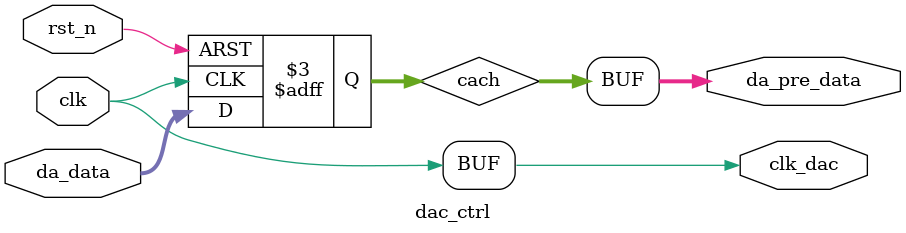
<source format=v>
`timescale 1ns / 1ps
module dac_ctrl(
    input clk,
    input rst_n,
    input  [7:0] da_data,
    output [7:0] da_pre_data,
    output clk_dac
    );
assign clk_dac = clk ;


reg [7:0] cach;
always@(posedge clk or negedge rst_n)
begin
     if(rst_n == 0)
	  cach <= 0;
	  else
	  cach <= da_data[7:0];
end




 assign da_pre_data = cach;
endmodule


</source>
